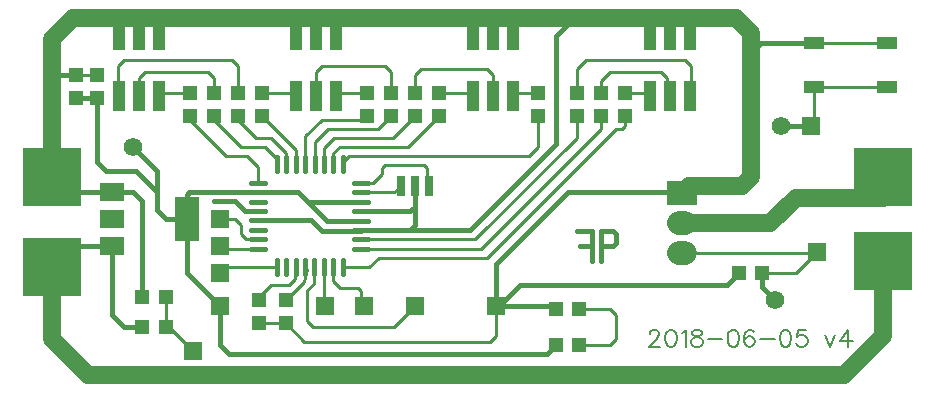
<source format=gtl>
G04 ---------------------------- Layer name :TOP LAYER*
G04 EasyEDA v5.5.11, Mon, 04 Jun 2018 22:37:14 GMT*
G04 a06480a3d07c492ca7fe7dcdfe2faa1f*
G04 Gerber Generator version 0.2*
G04 Scale: 100 percent, Rotated: No, Reflected: No *
G04 Dimensions in millimeters *
G04 leading zeros omitted , absolute positions ,3 integer and 3 decimal *
%FSLAX33Y33*%
%MOMM*%
G90*
G71D02*

%ADD10C,0.254000*%
%ADD11C,0.399999*%
%ADD12C,1.499997*%
%ADD13C,0.450012*%
%ADD14C,0.203200*%
%ADD15C,1.575054*%
%ADD16R,1.999996X3.799992*%
%ADD17R,1.999996X1.499997*%
%ADD18R,0.701040X1.699260*%
%ADD19R,1.799996X1.099998*%
%ADD20R,1.099998X2.499995*%
%ADD21R,1.206500X1.206500*%
%ADD22R,4.999990X4.999990*%
%ADD23R,1.206500X1.206998*%
%ADD24C,1.574800*%
%ADD25R,2.500000X2.000001*%
%ADD26R,1.574800X1.574800*%
%ADD27R,1.574800X1.575054*%
%ADD28R,1.575054X1.575054*%
%ADD29R,1.575054X1.575003*%
%ADD30C,1.575003*%
%ADD31C,2.000001*%

%LPD*%
G54D11*
G01X7368Y24686D02*
G01X5593Y24686D01*
G01X5590Y24688D01*
G54D10*
G01X29768Y17526D02*
G01X30734Y17526D01*
G01X31496Y18288D01*
G01X31496Y18796D01*
G01X31750Y19050D01*
G01X35052Y19050D01*
G01X35306Y18796D01*
G01X35306Y17449D01*
G01X35483Y17272D01*
G01X29768Y16725D02*
G01X32550Y16725D01*
G01X33096Y17272D01*
G54D11*
G01X29768Y15925D02*
G01X25222Y15925D01*
G01X24384Y16764D01*
G01X21059Y16764D01*
G01X21031Y16736D01*
G01X29768Y14328D02*
G01X26819Y14328D01*
G01X25222Y15925D01*
G01X21031Y14338D02*
G01X25539Y14338D01*
G01X26416Y13462D01*
G01X29702Y13462D01*
G01X29768Y13528D01*
G01X29768Y15125D02*
G01X33921Y15125D01*
G01X34290Y15494D01*
G01X34290Y17272D01*
G01X29768Y13528D02*
G01X33848Y13528D01*
G01X34290Y13970D01*
G01X34290Y15494D01*
G54D10*
G01X74272Y29370D02*
G01X68072Y29370D01*
G01X13210Y5331D02*
G01X13210Y7871D01*
G01X13210Y7871D01*
G54D12*
G01X3556Y9652D02*
G01X3556Y4318D01*
G01X6604Y1270D01*
G01X70612Y1270D01*
G01X73914Y4572D01*
G01X73914Y9144D01*
G01X3556Y17272D02*
G01X3556Y29718D01*
G01X5334Y31496D01*
G01X61468Y31496D01*
G01X62738Y30226D01*
G01X62738Y18034D01*
G01X61976Y17272D01*
G01X57531Y17272D01*
G01X56896Y16637D01*
G54D11*
G01X68072Y29370D02*
G01X63619Y29370D01*
G01X62738Y28488D01*
G54D12*
G01X56896Y14097D02*
G01X64389Y14097D01*
G01X66548Y16256D01*
G01X73914Y16256D01*
G54D10*
G01X74272Y25669D02*
G01X68072Y25669D01*
G01X68072Y25669D02*
G01X68072Y22606D01*
G01X68326Y22352D01*
G01X56896Y11557D02*
G01X68199Y11557D01*
G01X68326Y11684D01*
G01X63703Y9906D02*
G01X66548Y9906D01*
G01X68072Y11430D01*
G01X68326Y11684D01*
G54D11*
G01X8686Y16776D02*
G01X4813Y16776D01*
G01X3556Y18034D01*
G01X8686Y12176D02*
G01X5318Y12176D01*
G01X3556Y10414D01*
G01X21031Y15135D02*
G01X19916Y15135D01*
G01X19050Y16002D01*
G01X17272Y16002D01*
G01X21031Y16736D02*
G01X15212Y16736D01*
G01X14986Y16510D01*
G01X14986Y14478D01*
G01X11229Y5331D02*
G01X9654Y5331D01*
G01X8636Y6350D01*
G01X8636Y12125D01*
G01X8686Y12176D01*
G01X11229Y7871D02*
G01X11229Y15948D01*
G01X10414Y16764D01*
G01X8699Y16764D01*
G01X8686Y16776D01*
G01X14986Y14478D02*
G01X14986Y9906D01*
G01X17780Y7112D01*
G01X46228Y3810D02*
G01X45466Y3048D01*
G01X18542Y3048D01*
G01X17780Y3810D01*
G01X17780Y7112D01*
G54D10*
G01X21031Y12738D02*
G01X20027Y12738D01*
G01X19558Y13208D01*
G01X19558Y13970D01*
G01X19050Y14478D01*
G01X17780Y14478D01*
G01X21031Y11938D02*
G01X18288Y11938D01*
G01X17780Y12446D01*
G01X22595Y10363D02*
G01X18237Y10363D01*
G01X17780Y9906D01*
G01X13210Y5331D02*
G01X13464Y5331D01*
G01X15494Y3302D01*
G01X48209Y3810D02*
G01X50800Y3810D01*
G01X51308Y4318D01*
G01X51308Y6350D01*
G01X50800Y6858D01*
G01X48214Y6858D01*
G01X48211Y6855D01*
G01X9182Y29522D02*
G01X9182Y31487D01*
G01X9190Y31496D01*
G01X10881Y29522D02*
G01X10881Y31382D01*
G01X10995Y31496D01*
G01X12666Y31496D02*
G01X12666Y29607D01*
G01X12580Y29522D01*
G01X24180Y29522D02*
G01X24180Y31344D01*
G01X24029Y31496D01*
G01X25833Y31496D02*
G01X25833Y29568D01*
G01X25880Y29522D01*
G01X27581Y29522D02*
G01X27581Y31372D01*
G01X27705Y31496D01*
G01X38734Y31496D02*
G01X39182Y29522D01*
G01X39182Y29522D01*
G01X40881Y29522D02*
G01X40881Y31354D01*
G01X40739Y31496D01*
G01X42611Y31496D02*
G01X42611Y29553D01*
G01X42580Y29522D01*
G01X54180Y29522D02*
G01X54180Y31423D01*
G01X54108Y31496D01*
G01X55979Y31496D02*
G01X55979Y29622D01*
G01X55880Y29522D01*
G01X57581Y29522D02*
G01X57581Y31493D01*
G01X57583Y31496D01*
G54D11*
G01X33052Y13528D02*
G01X38928Y13528D01*
G01X46228Y20828D01*
G01X46228Y29965D01*
G01X47758Y31496D01*
G54D10*
G01X24206Y19126D02*
G01X24206Y20297D01*
G01X21338Y23164D01*
G01X23406Y19126D02*
G01X23406Y20027D01*
G01X22098Y21336D01*
G01X20828Y21336D01*
G01X19306Y22857D01*
G01X19306Y23164D01*
G01X22606Y19126D02*
G01X22606Y19558D01*
G01X21590Y20574D01*
G01X19558Y20574D01*
G01X17274Y22857D01*
G01X17274Y23164D01*
G01X21031Y17536D02*
G01X21031Y18846D01*
G01X20066Y19812D01*
G01X18288Y19812D01*
G01X15242Y22857D01*
G01X15242Y23164D01*
G01X25006Y19126D02*
G01X25006Y21450D01*
G01X26416Y22860D01*
G01X29923Y22860D01*
G01X30228Y23164D01*
G01X25803Y19126D02*
G01X25803Y20977D01*
G01X26924Y22098D01*
G01X31196Y22098D01*
G01X32260Y23162D01*
G01X26603Y19126D02*
G01X26603Y20507D01*
G01X27432Y21336D01*
G01X32463Y21336D01*
G01X34292Y23164D01*
G01X27404Y19126D02*
G01X27404Y20038D01*
G01X27940Y20574D01*
G01X33733Y20574D01*
G01X36324Y23164D01*
G01X15242Y25146D02*
G01X12936Y25146D01*
G01X12621Y24831D01*
G01X21338Y25146D02*
G01X23893Y25146D01*
G01X24208Y24831D01*
G01X30228Y25146D02*
G01X27924Y25146D01*
G01X27609Y24831D01*
G01X36324Y25146D02*
G01X38879Y25146D01*
G01X39194Y24831D01*
G01X44706Y25146D02*
G01X42908Y25146D01*
G01X42593Y24831D01*
G01X52072Y25146D02*
G01X53865Y25146D01*
G01X54180Y24831D01*
G01X50040Y25146D02*
G01X50040Y26164D01*
G01X50800Y26924D01*
G01X55118Y26924D01*
G01X55626Y26416D01*
G01X55626Y25085D01*
G01X55880Y24831D01*
G01X48008Y25146D02*
G01X48008Y27180D01*
G01X48768Y27940D01*
G01X57150Y27940D01*
G01X57658Y27432D01*
G01X57658Y24907D01*
G01X57581Y24831D01*
G01X29768Y12727D02*
G01X39397Y12727D01*
G01X48006Y21336D01*
G01X48006Y23162D01*
G01X48008Y23164D01*
G01X29768Y11927D02*
G01X39867Y11927D01*
G01X50038Y22098D01*
G01X50038Y23162D01*
G01X50040Y23164D01*
G01X28194Y10363D02*
G01X30429Y10363D01*
G01X31242Y11176D01*
G01X40386Y11176D01*
G01X51308Y22098D01*
G01X51816Y22098D01*
G01X52070Y22352D01*
G01X52070Y23162D01*
G01X52072Y23164D01*
G01X28204Y19126D02*
G01X28204Y19314D01*
G01X28702Y19812D01*
G01X43942Y19812D01*
G01X44704Y20574D01*
G01X44704Y23162D01*
G01X44706Y23164D01*
G01X34292Y25146D02*
G01X34290Y26670D01*
G01X34798Y27178D01*
G01X40386Y27178D01*
G01X40894Y26670D01*
G01X40894Y24831D01*
G01X32260Y25143D02*
G01X32258Y26924D01*
G01X31750Y27432D01*
G01X26416Y27432D01*
G01X25908Y26924D01*
G01X25908Y24831D01*
G01X10922Y24831D02*
G01X10922Y26416D01*
G01X11430Y26924D01*
G01X16764Y26924D01*
G01X17272Y26416D01*
G01X17272Y25148D01*
G01X17274Y25146D01*
G01X19306Y25146D02*
G01X19306Y27429D01*
G01X18796Y27940D01*
G01X9652Y27940D01*
G01X9144Y27432D01*
G01X9144Y24909D01*
G01X9222Y24831D01*
G54D11*
G01X5336Y26670D02*
G01X3711Y26670D01*
G01X3556Y26825D01*
G01X41148Y7112D02*
G01X41148Y10668D01*
G01X47244Y16764D01*
G01X56769Y16764D01*
G01X56896Y16637D01*
G01X41148Y7112D02*
G01X41402Y7112D01*
G01X43180Y8890D01*
G01X60708Y8890D01*
G01X61723Y9904D01*
G01X41148Y7112D02*
G01X45974Y7112D01*
G01X46230Y6855D01*
G54D10*
G01X7368Y26667D02*
G01X5593Y26667D01*
G01X5590Y26670D01*
G01X27393Y10363D02*
G01X27393Y9182D01*
G01X27940Y8636D01*
G01X29464Y8636D01*
G01X29718Y8382D01*
G01X29718Y7366D01*
G01X29972Y7112D01*
G01X26593Y10363D02*
G01X26593Y7188D01*
G01X26670Y7112D01*
G01X25793Y10363D02*
G01X25793Y9029D01*
G01X25146Y8382D01*
G01X25146Y5842D01*
G01X25654Y5334D01*
G01X32512Y5334D01*
G01X34290Y7112D01*
G01X41148Y7112D02*
G01X41148Y4572D01*
G01X40640Y4064D01*
G01X24945Y4064D01*
G01X23371Y5637D01*
G01X21083Y5637D02*
G01X23371Y5637D01*
G01X23371Y7618D02*
G01X23371Y7623D01*
G01X24892Y9144D01*
G01X25146Y10213D01*
G01X24996Y10363D01*
G01X21083Y7618D02*
G01X21083Y7875D01*
G01X22098Y8890D01*
G01X23622Y8890D01*
G01X24130Y9398D01*
G01X24130Y10297D01*
G01X24196Y10363D01*
G54D11*
G01X14986Y14478D02*
G01X13208Y14478D01*
G01X12446Y15240D01*
G01X12446Y16764D01*
G01X10668Y18542D01*
G01X8128Y18542D01*
G01X7366Y19304D01*
G01X7366Y24686D01*
G01X7367Y24687D01*
G01X12446Y16764D02*
G01X12446Y18542D01*
G01X10414Y20574D01*
G01X49276Y10922D02*
G01X49276Y13462D01*
G01X49276Y12192D01*
G01X48260Y12192D01*
G01X49276Y13462D02*
G01X48006Y13462D01*
G01X50038Y10922D02*
G01X50038Y13462D01*
G01X51054Y13462D01*
G01X51308Y13208D01*
G01X51308Y12446D01*
G01X51054Y12192D01*
G01X50038Y12192D01*
G01X68326Y22352D02*
G01X65278Y22352D01*
G01X63704Y9904D02*
G01X63704Y8685D01*
G01X64770Y7620D01*
G54D13*
G01X28194Y9763D02*
G01X28194Y10962D01*
G01X27393Y9763D02*
G01X27393Y10962D01*
G01X26593Y9763D02*
G01X26593Y10962D01*
G01X25793Y9763D02*
G01X25793Y10962D01*
G01X24996Y9763D02*
G01X24996Y10962D01*
G01X24196Y9763D02*
G01X24196Y10962D01*
G01X23395Y9763D02*
G01X23395Y10962D01*
G01X22595Y9763D02*
G01X22595Y10962D01*
G01X21630Y11938D02*
G01X20431Y11938D01*
G01X21630Y12738D02*
G01X20431Y12738D01*
G01X21630Y13538D02*
G01X20431Y13538D01*
G01X21630Y14338D02*
G01X20431Y14338D01*
G01X21630Y15135D02*
G01X20431Y15135D01*
G01X21630Y15935D02*
G01X20431Y15935D01*
G01X21630Y16736D02*
G01X20431Y16736D01*
G01X21630Y17536D02*
G01X20431Y17536D01*
G01X22606Y18526D02*
G01X22606Y19725D01*
G01X23406Y18526D02*
G01X23406Y19725D01*
G01X24206Y18526D02*
G01X24206Y19725D01*
G01X25006Y18526D02*
G01X25006Y19725D01*
G01X25803Y18526D02*
G01X25803Y19725D01*
G01X26603Y18526D02*
G01X26603Y19725D01*
G01X27404Y18526D02*
G01X27404Y19725D01*
G01X28204Y18526D02*
G01X28204Y19725D01*
G01X30368Y17526D02*
G01X29169Y17526D01*
G01X30368Y16725D02*
G01X29169Y16725D01*
G01X30368Y15925D02*
G01X29169Y15925D01*
G01X30368Y15125D02*
G01X29169Y15125D01*
G01X30368Y14328D02*
G01X29169Y14328D01*
G01X30368Y13528D02*
G01X29169Y13528D01*
G01X30368Y12727D02*
G01X29169Y12727D01*
G01X30368Y11927D02*
G01X29169Y11927D01*
G54D14*
G01X54170Y4739D02*
G01X54170Y4808D01*
G01X54239Y4942D01*
G01X54307Y5011D01*
G01X54442Y5080D01*
G01X54716Y5080D01*
G01X54851Y5011D01*
G01X54919Y4942D01*
G01X54988Y4808D01*
G01X54988Y4671D01*
G01X54919Y4533D01*
G01X54782Y4330D01*
G01X54102Y3647D01*
G01X55057Y3647D01*
G01X55915Y5080D02*
G01X55709Y5011D01*
G01X55575Y4808D01*
G01X55506Y4467D01*
G01X55506Y4262D01*
G01X55575Y3921D01*
G01X55709Y3716D01*
G01X55915Y3647D01*
G01X56052Y3647D01*
G01X56255Y3716D01*
G01X56393Y3921D01*
G01X56461Y4262D01*
G01X56461Y4467D01*
G01X56393Y4808D01*
G01X56255Y5011D01*
G01X56052Y5080D01*
G01X55915Y5080D01*
G01X56911Y4808D02*
G01X57048Y4876D01*
G01X57251Y5080D01*
G01X57251Y3647D01*
G01X58044Y5080D02*
G01X57838Y5011D01*
G01X57769Y4876D01*
G01X57769Y4739D01*
G01X57838Y4602D01*
G01X57975Y4533D01*
G01X58247Y4467D01*
G01X58453Y4399D01*
G01X58587Y4262D01*
G01X58656Y4124D01*
G01X58656Y3921D01*
G01X58587Y3784D01*
G01X58519Y3716D01*
G01X58315Y3647D01*
G01X58044Y3647D01*
G01X57838Y3716D01*
G01X57769Y3784D01*
G01X57701Y3921D01*
G01X57701Y4124D01*
G01X57769Y4262D01*
G01X57906Y4399D01*
G01X58110Y4467D01*
G01X58384Y4533D01*
G01X58519Y4602D01*
G01X58587Y4739D01*
G01X58587Y4876D01*
G01X58519Y5011D01*
G01X58315Y5080D01*
G01X58044Y5080D01*
G01X59105Y4262D02*
G01X60332Y4262D01*
G01X61193Y5080D02*
G01X60987Y5011D01*
G01X60850Y4808D01*
G01X60784Y4467D01*
G01X60784Y4262D01*
G01X60850Y3921D01*
G01X60987Y3716D01*
G01X61193Y3647D01*
G01X61328Y3647D01*
G01X61534Y3716D01*
G01X61671Y3921D01*
G01X61737Y4262D01*
G01X61737Y4467D01*
G01X61671Y4808D01*
G01X61534Y5011D01*
G01X61328Y5080D01*
G01X61193Y5080D01*
G01X63007Y4876D02*
G01X62938Y5011D01*
G01X62732Y5080D01*
G01X62598Y5080D01*
G01X62392Y5011D01*
G01X62255Y4808D01*
G01X62189Y4467D01*
G01X62189Y4124D01*
G01X62255Y3853D01*
G01X62392Y3716D01*
G01X62598Y3647D01*
G01X62666Y3647D01*
G01X62870Y3716D01*
G01X63007Y3853D01*
G01X63075Y4056D01*
G01X63075Y4124D01*
G01X63007Y4330D01*
G01X62870Y4467D01*
G01X62666Y4533D01*
G01X62598Y4533D01*
G01X62392Y4467D01*
G01X62255Y4330D01*
G01X62189Y4124D01*
G01X63525Y4262D02*
G01X64752Y4262D01*
G01X65610Y5080D02*
G01X65407Y5011D01*
G01X65270Y4808D01*
G01X65201Y4467D01*
G01X65201Y4262D01*
G01X65270Y3921D01*
G01X65407Y3716D01*
G01X65610Y3647D01*
G01X65747Y3647D01*
G01X65951Y3716D01*
G01X66088Y3921D01*
G01X66156Y4262D01*
G01X66156Y4467D01*
G01X66088Y4808D01*
G01X65951Y5011D01*
G01X65747Y5080D01*
G01X65610Y5080D01*
G01X67424Y5080D02*
G01X66743Y5080D01*
G01X66675Y4467D01*
G01X66743Y4533D01*
G01X66946Y4602D01*
G01X67152Y4602D01*
G01X67355Y4533D01*
G01X67492Y4399D01*
G01X67561Y4193D01*
G01X67561Y4056D01*
G01X67492Y3853D01*
G01X67355Y3716D01*
G01X67152Y3647D01*
G01X66946Y3647D01*
G01X66743Y3716D01*
G01X66675Y3784D01*
G01X66606Y3921D01*
G01X69060Y4602D02*
G01X69469Y3647D01*
G01X69880Y4602D02*
G01X69469Y3647D01*
G01X71010Y5080D02*
G01X70330Y4124D01*
G01X71351Y4124D01*
G01X71010Y5080D02*
G01X71010Y3647D01*
G54D15*
G01X64770Y7620D03*
G01X65278Y22352D03*
G54D16*
G01X14986Y14478D03*
G54D17*
G01X8685Y14478D03*
G01X8685Y12178D03*
G01X8685Y16777D03*
G54D18*
G01X33096Y17270D03*
G01X34290Y17270D03*
G01X35483Y17270D03*
G54D19*
G01X68070Y29371D03*
G01X68070Y25670D03*
G01X74270Y29371D03*
G01X74270Y25670D03*
G54D20*
G01X57580Y30031D03*
G01X55878Y30031D03*
G01X54179Y30031D03*
G01X57580Y24831D03*
G01X55880Y24831D03*
G01X54179Y24831D03*
G01X42593Y30031D03*
G01X40894Y30031D03*
G01X39194Y30031D03*
G01X42593Y24831D03*
G01X40894Y24831D03*
G01X39194Y24831D03*
G01X27608Y30031D03*
G01X25906Y30031D03*
G01X24207Y30031D03*
G01X27608Y24831D03*
G01X25908Y24831D03*
G01X24207Y24831D03*
G01X12621Y30031D03*
G01X10922Y30031D03*
G01X9222Y30031D03*
G01X12621Y24831D03*
G01X10922Y24831D03*
G01X9222Y24831D03*
G54D21*
G01X61723Y9904D03*
G01X63704Y9904D03*
G01X13209Y7872D03*
G01X11228Y7872D03*
G01X13209Y5332D03*
G01X11228Y5332D03*
G54D22*
G01X3556Y10414D03*
G01X3556Y18034D03*
G01X73914Y18034D03*
G01X73914Y10922D03*
G54D23*
G01X15241Y25147D03*
G54D21*
G01X15241Y23166D03*
G54D23*
G01X17273Y25147D03*
G54D21*
G01X17273Y23166D03*
G54D23*
G01X19305Y25147D03*
G54D21*
G01X19305Y23166D03*
G54D23*
G01X21337Y25147D03*
G54D21*
G01X21337Y23166D03*
G01X46226Y3811D03*
G01X48207Y3811D03*
G01X46229Y6856D03*
G01X48210Y6856D03*
G54D23*
G01X30227Y25147D03*
G54D21*
G01X30227Y23166D03*
G54D23*
G01X32259Y25147D03*
G54D21*
G01X32259Y23166D03*
G54D23*
G01X34291Y25147D03*
G54D21*
G01X34291Y23166D03*
G54D23*
G01X36323Y25147D03*
G54D21*
G01X36323Y23166D03*
G54D23*
G01X44705Y25147D03*
G54D21*
G01X44705Y23166D03*
G54D23*
G01X48007Y25147D03*
G54D21*
G01X48007Y23166D03*
G54D23*
G01X50039Y25147D03*
G54D21*
G01X50039Y23166D03*
G54D23*
G01X52071Y25147D03*
G54D21*
G01X52071Y23166D03*
G54D23*
G01X5589Y26671D03*
G54D21*
G01X5589Y24690D03*
G54D23*
G01X7367Y26668D03*
G54D21*
G01X7367Y24687D03*
G01X23371Y7618D03*
G01X23371Y5637D03*
G01X21083Y7618D03*
G01X21083Y5637D03*
G54D24*
G01X10414Y20574D03*
G54D25*
G01X56896Y16637D03*
G54D26*
G01X26670Y7112D03*
G01X29972Y7112D03*
G01X34290Y7112D03*
G54D27*
G01X41148Y7112D03*
G54D26*
G01X17780Y7112D03*
G54D28*
G01X67818Y22352D03*
G54D29*
G01X17780Y14478D03*
G54D28*
G01X17780Y12192D03*
G01X68326Y11684D03*
G01X17780Y9906D03*
G01X15494Y3302D03*
G54D30*
G01X3556Y18034D03*
G01X4826Y18034D03*
G01X2286Y18034D03*
G01X3556Y16764D03*
G01X4826Y16764D03*
G01X2286Y16764D03*
G01X3556Y19304D03*
G01X4826Y19304D03*
G01X2286Y19304D03*
G01X3556Y10414D03*
G01X4826Y10414D03*
G01X2286Y10414D03*
G01X3556Y9144D03*
G01X4826Y9144D03*
G01X2286Y9144D03*
G01X3556Y11684D03*
G01X4826Y11684D03*
G01X2286Y11684D03*
G01X73914Y10922D03*
G01X75184Y10922D03*
G01X72644Y10922D03*
G01X73914Y9652D03*
G01X75184Y9652D03*
G01X72644Y9652D03*
G01X73914Y12192D03*
G01X75184Y12192D03*
G01X72644Y12192D03*
G01X73914Y18034D03*
G01X75184Y18034D03*
G01X72644Y18034D03*
G01X73914Y16764D03*
G01X75184Y16764D03*
G01X72644Y16764D03*
G01X73914Y19304D03*
G01X75184Y19304D03*
G01X72644Y19304D03*
G54D31*
G01X57145Y11557D02*
G01X56646Y11557D01*
G01X57145Y14097D02*
G01X56646Y14097D01*
M00*
M02*

</source>
